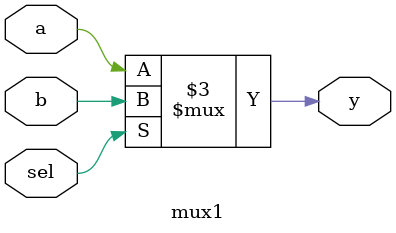
<source format=v>
module mux1(input wire a,b,sel, output reg y);
always @(*) begin
    if(sel) begin
        y=b;
    end
    else begin
        y=a;
    end
end
endmodule

</source>
